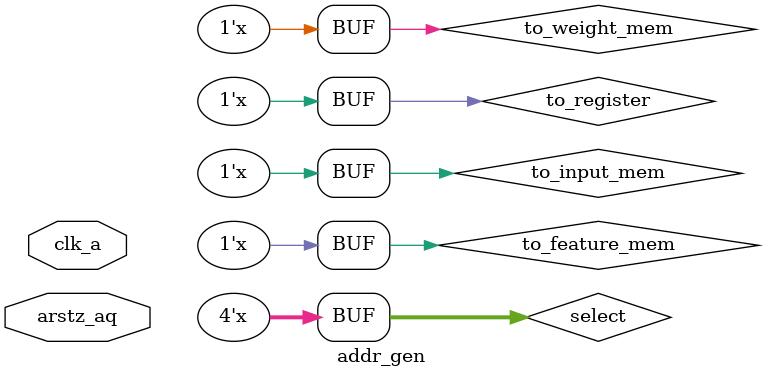
<source format=sv>
/*
 *  addr_gen.sv -- address generator for multi-bank memories incl. registers
 *  ETRI <SW-SoC AI Deep Learning HW Accelerator RTL Design> course material
 *
 *  first draft by Junyoung Park
 */

`timescale 1ns / 1ps

module addr_gen #(
  parameter integer ADDR_WIDTH = 12,
  parameter integer DATA_WIDTH = 32
  ) (
  // clock and resetn from domain a
  input  wire clk_a,
  input  wire arstz_aq,

  // signals from the external interfaces
  cnnip_mem_if.slave  from_axi4l_mem_if,

  // signals to the internal interfaces
  cnnip_mem_if.master to_register_if,
  cnnip_mem_if.master to_input_mem_if,
  cnnip_mem_if.master to_weight_mem_if,
  cnnip_mem_if.master to_feature_mem_if
  );

  wire to_register;
  wire to_input_mem;
  wire to_weight_mem;
  wire to_feature_mem;

  wire [3:0] select;

  // address multiplexer
  assign to_register    = (from_axi4l_mem_if.addr[11:8] == 4'h0);
  assign to_input_mem   = (from_axi4l_mem_if.addr[11:8] == 4'h1);
  assign to_weight_mem  = (from_axi4l_mem_if.addr[11:8] == 4'h2);
  assign to_feature_mem = (from_axi4l_mem_if.addr[11:8] == 4'h3);

  assign select = { to_feature_mem,
                    to_weight_mem,
                    to_input_mem,
                    to_register };

  assign to_register_if.en   = (to_register) ? from_axi4l_mem_if.en   : 'b0;
  assign to_register_if.we   = (to_register) ? from_axi4l_mem_if.we   : 'b0;
  assign to_register_if.addr = (to_register) ? from_axi4l_mem_if.addr : 'b0;
  assign to_register_if.din  = (to_register) ? from_axi4l_mem_if.din  : 'b0;

  assign to_input_mem_if.en   = (to_input_mem) ? from_axi4l_mem_if.en   : 'b0;
  assign to_input_mem_if.we   = (to_input_mem) ? from_axi4l_mem_if.we   : 'b0;
  assign to_input_mem_if.addr = (to_input_mem) ? from_axi4l_mem_if.addr : 'b0;
  assign to_input_mem_if.din  = (to_input_mem) ? from_axi4l_mem_if.din  : 'b0;

  assign to_weight_mem_if.en   = (to_weight_mem) ? from_axi4l_mem_if.en   : 'b0;
  assign to_weight_mem_if.we   = (to_weight_mem) ? from_axi4l_mem_if.we   : 'b0;
  assign to_weight_mem_if.addr = (to_weight_mem) ? from_axi4l_mem_if.addr : 'b0;
  assign to_weight_mem_if.din  = (to_weight_mem) ? from_axi4l_mem_if.din  : 'b0;

  assign to_feature_mem_if.en   = (to_feature_mem) ? from_axi4l_mem_if.en   : 'b0;
  assign to_feature_mem_if.we   = (to_feature_mem) ? from_axi4l_mem_if.we   : 'b0;
  assign to_feature_mem_if.addr = (to_feature_mem) ? from_axi4l_mem_if.addr : 'b0;
  assign to_feature_mem_if.din  = (to_feature_mem) ? from_axi4l_mem_if.din  : 'b0;

  always_comb
  begin
    // unfortunately, the current vivado does not support unique case syntax
    // unique case(select)
    from_axi4l_mem_if.dout = 0;
    case(select)
              // 0: from_axi4l_mem_if.dout = 0;
      1'b1 << 0: from_axi4l_mem_if.dout = to_register_if.dout;
      1'b1 << 1: from_axi4l_mem_if.dout = to_input_mem_if.dout;
      1'b1 << 2: from_axi4l_mem_if.dout = to_weight_mem_if.dout;
      1'b1 << 3: from_axi4l_mem_if.dout = to_feature_mem_if.dout;
      // {4{1'bx}}: from_axi4l_mem_if.dout = 0;
    endcase
  end

  always_comb
  begin
    // unique case(select)
    from_axi4l_mem_if.valid = 0;
    case(select)
              // 0: from_axi4l_mem_if.valid = 0;
      1'b1 << 0: from_axi4l_mem_if.valid = to_register_if.valid;
      1'b1 << 1: from_axi4l_mem_if.valid = to_input_mem_if.valid;
      1'b1 << 2: from_axi4l_mem_if.valid = to_weight_mem_if.valid;
      1'b1 << 3: from_axi4l_mem_if.valid = to_feature_mem_if.valid;
      // {4{1'bx}}: from_axi4l_mem_if.valid = 0;
    endcase
  end

endmodule

</source>
